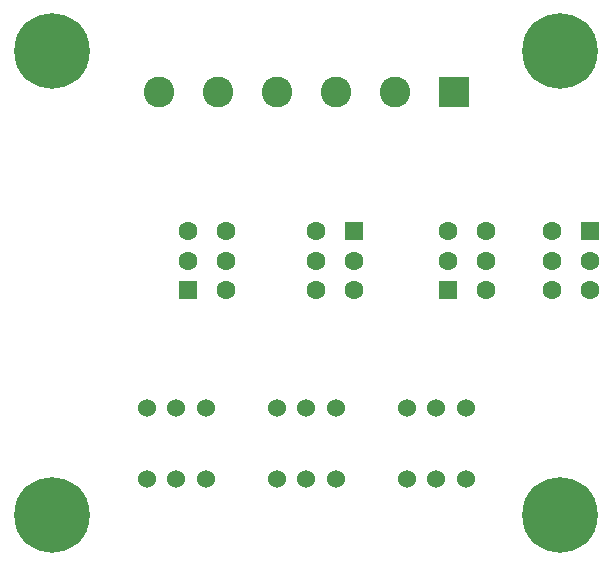
<source format=gbr>
%TF.GenerationSoftware,KiCad,Pcbnew,(6.0.4-0)*%
%TF.CreationDate,2023-06-16T16:22:12+02:00*%
%TF.ProjectId,EOL,454f4c2e-6b69-4636-9164-5f7063625858,rev?*%
%TF.SameCoordinates,Original*%
%TF.FileFunction,Copper,L2,Bot*%
%TF.FilePolarity,Positive*%
%FSLAX46Y46*%
G04 Gerber Fmt 4.6, Leading zero omitted, Abs format (unit mm)*
G04 Created by KiCad (PCBNEW (6.0.4-0)) date 2023-06-16 16:22:12*
%MOMM*%
%LPD*%
G01*
G04 APERTURE LIST*
%TA.AperFunction,ComponentPad*%
%ADD10C,0.800000*%
%TD*%
%TA.AperFunction,ComponentPad*%
%ADD11C,6.400000*%
%TD*%
%TA.AperFunction,ComponentPad*%
%ADD12R,1.600000X1.600000*%
%TD*%
%TA.AperFunction,ComponentPad*%
%ADD13C,1.600000*%
%TD*%
%TA.AperFunction,ComponentPad*%
%ADD14C,1.524000*%
%TD*%
%TA.AperFunction,ComponentPad*%
%ADD15R,2.600000X2.600000*%
%TD*%
%TA.AperFunction,ComponentPad*%
%ADD16C,2.600000*%
%TD*%
G04 APERTURE END LIST*
D10*
%TO.P,H1,1*%
%TO.N,N/C*%
X18000000Y-50600000D03*
D11*
X18000000Y-53000000D03*
D10*
X18000000Y-55400000D03*
X16302944Y-51302944D03*
X20400000Y-53000000D03*
X19697056Y-51302944D03*
X15600000Y-53000000D03*
X19697056Y-54697056D03*
X16302944Y-54697056D03*
%TD*%
%TO.P,H2,1*%
%TO.N,N/C*%
X61000000Y-11350000D03*
X62697056Y-12052944D03*
X59302944Y-12052944D03*
X59302944Y-15447056D03*
X61000000Y-16150000D03*
D11*
X61000000Y-13750000D03*
D10*
X63400000Y-13750000D03*
X58600000Y-13750000D03*
X62697056Y-15447056D03*
%TD*%
%TO.P,H3,1*%
%TO.N,N/C*%
X18000000Y-11350000D03*
X15600000Y-13750000D03*
D11*
X18000000Y-13750000D03*
D10*
X19697056Y-15447056D03*
X18000000Y-16150000D03*
X16302944Y-15447056D03*
X16302944Y-12052944D03*
X20400000Y-13750000D03*
X19697056Y-12052944D03*
%TD*%
%TO.P,H4,1*%
%TO.N,N/C*%
X61000000Y-50600000D03*
X61000000Y-55400000D03*
X62697056Y-54697056D03*
X59302944Y-51302944D03*
D11*
X61000000Y-53000000D03*
D10*
X58600000Y-53000000D03*
X63400000Y-53000000D03*
X59302944Y-54697056D03*
X62697056Y-51302944D03*
%TD*%
D12*
%TO.P,SW1,1,A*%
%TO.N,unconnected-(SW1-Pad1)*%
X43500000Y-29000000D03*
D13*
%TO.P,SW1,2,B*%
%TO.N,unconnected-(SW1-Pad2)*%
X43500000Y-31500000D03*
%TO.P,SW1,3,C*%
%TO.N,unconnected-(SW1-Pad3)*%
X43500000Y-34000000D03*
%TO.P,SW1,4,A*%
%TO.N,unconnected-(SW1-Pad4)*%
X40300000Y-29000000D03*
%TO.P,SW1,5,B*%
%TO.N,Net-(R1-Pad1)*%
X40300000Y-31500000D03*
%TO.P,SW1,6,C*%
%TO.N,IN2*%
X40300000Y-34000000D03*
%TD*%
D12*
%TO.P,SW2,1,A*%
%TO.N,Net-(R2-Pad2)*%
X51500000Y-34000000D03*
D13*
%TO.P,SW2,2,B*%
%TO.N,DL*%
X51500000Y-31500000D03*
%TO.P,SW2,3,C*%
%TO.N,IN3*%
X51500000Y-29000000D03*
%TO.P,SW2,4,A*%
%TO.N,unconnected-(SW2-Pad4)*%
X54700000Y-34000000D03*
%TO.P,SW2,5,B*%
%TO.N,unconnected-(SW2-Pad5)*%
X54700000Y-31500000D03*
%TO.P,SW2,6,C*%
%TO.N,unconnected-(SW2-Pad6)*%
X54700000Y-29000000D03*
%TD*%
D12*
%TO.P,SW3,1,A*%
%TO.N,Net-(R3-Pad2)*%
X29500000Y-34000000D03*
D13*
%TO.P,SW3,2,B*%
%TO.N,SLS1*%
X29500000Y-31500000D03*
%TO.P,SW3,3,C*%
%TO.N,IN1*%
X29500000Y-29000000D03*
%TO.P,SW3,4,A*%
%TO.N,unconnected-(SW3-Pad4)*%
X32700000Y-34000000D03*
%TO.P,SW3,5,B*%
%TO.N,unconnected-(SW3-Pad5)*%
X32700000Y-31500000D03*
%TO.P,SW3,6,C*%
%TO.N,unconnected-(SW3-Pad6)*%
X32700000Y-29000000D03*
%TD*%
D12*
%TO.P,SW4,1,A*%
%TO.N,unconnected-(SW4-Pad1)*%
X63500000Y-29000000D03*
D13*
%TO.P,SW4,2,B*%
%TO.N,unconnected-(SW4-Pad2)*%
X63500000Y-31500000D03*
%TO.P,SW4,3,C*%
%TO.N,unconnected-(SW4-Pad3)*%
X63500000Y-34000000D03*
%TO.P,SW4,4,A*%
%TO.N,unconnected-(SW4-Pad4)*%
X60300000Y-29000000D03*
%TO.P,SW4,5,B*%
%TO.N,Net-(R4-Pad1)*%
X60300000Y-31500000D03*
%TO.P,SW4,6,C*%
%TO.N,IN3*%
X60300000Y-34000000D03*
%TD*%
D14*
%TO.P,SW5,1,A*%
%TO.N,unconnected-(SW5-Pad1)*%
X42000000Y-44000000D03*
%TO.P,SW5,2,B*%
%TO.N,SLC1*%
X37000000Y-44000000D03*
%TO.P,SW5,3,C*%
%TO.N,Net-(R1-Pad1)*%
X39500000Y-44000000D03*
%TO.P,SW5,4,A*%
%TO.N,unconnected-(SW5-Pad4)*%
X37000000Y-50000000D03*
%TO.P,SW5,5,B*%
%TO.N,unconnected-(SW5-Pad5)*%
X42000000Y-50000000D03*
%TO.P,SW5,6,C*%
%TO.N,unconnected-(SW5-Pad6)*%
X39500000Y-50000000D03*
%TD*%
%TO.P,SW6,1,A*%
%TO.N,unconnected-(SW6-Pad1)*%
X53000000Y-44000000D03*
%TO.P,SW6,2,B*%
%TO.N,Net-(R2-Pad1)*%
X48000000Y-44000000D03*
%TO.P,SW6,3,C*%
%TO.N,Net-(R4-Pad1)*%
X50500000Y-44000000D03*
%TO.P,SW6,4,A*%
%TO.N,unconnected-(SW6-Pad4)*%
X48000000Y-50000000D03*
%TO.P,SW6,5,B*%
%TO.N,unconnected-(SW6-Pad5)*%
X53000000Y-50000000D03*
%TO.P,SW6,6,C*%
%TO.N,unconnected-(SW6-Pad6)*%
X50500000Y-50000000D03*
%TD*%
%TO.P,SW7,1,A*%
%TO.N,unconnected-(SW7-Pad1)*%
X31000000Y-44000000D03*
%TO.P,SW7,2,B*%
%TO.N,Net-(R3-Pad1)*%
X26000000Y-44000000D03*
%TO.P,SW7,3,C*%
%TO.N,IN1*%
X28500000Y-44000000D03*
%TO.P,SW7,4,A*%
%TO.N,unconnected-(SW7-Pad4)*%
X26000000Y-50000000D03*
%TO.P,SW7,5,B*%
%TO.N,unconnected-(SW7-Pad5)*%
X31000000Y-50000000D03*
%TO.P,SW7,6,C*%
%TO.N,unconnected-(SW7-Pad6)*%
X28500000Y-50000000D03*
%TD*%
D15*
%TO.P,J1,1,Pin_1*%
%TO.N,IN3*%
X52000000Y-17195000D03*
D16*
%TO.P,J1,2,Pin_2*%
%TO.N,DL*%
X47000000Y-17195000D03*
%TO.P,J1,3,Pin_3*%
%TO.N,IN2*%
X42000000Y-17195000D03*
%TO.P,J1,4,Pin_4*%
%TO.N,SLC1*%
X37000000Y-17195000D03*
%TO.P,J1,5,Pin_5*%
%TO.N,IN1*%
X32000000Y-17195000D03*
%TO.P,J1,6,Pin_6*%
%TO.N,SLS1*%
X27000000Y-17195000D03*
%TD*%
M02*

</source>
